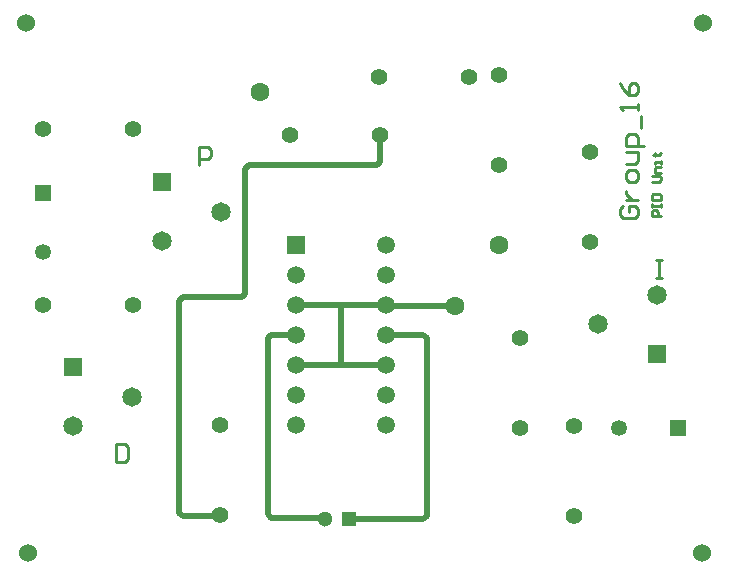
<source format=gtl>
G04*
G04 #@! TF.GenerationSoftware,Altium Limited,Altium Designer,20.2.5 (213)*
G04*
G04 Layer_Physical_Order=1*
G04 Layer_Color=255*
%FSLAX44Y44*%
%MOMM*%
G71*
G04*
G04 #@! TF.SameCoordinates,3CA80DEF-A651-457A-9D84-72F8DF8CF74D*
G04*
G04*
G04 #@! TF.FilePolarity,Positive*
G04*
G01*
G75*
%ADD14C,0.2540*%
%ADD18R,1.3000X1.3000*%
%ADD19C,1.3000*%
%ADD27C,0.5080*%
%ADD28C,1.5240*%
%ADD29R,1.6500X1.6500*%
%ADD30C,1.6500*%
%ADD31C,1.5000*%
%ADD32R,1.5000X1.5000*%
%ADD33C,1.4000*%
%ADD34C,1.6000*%
%ADD35C,1.3500*%
%ADD36R,1.3500X1.3500*%
%ADD37R,1.3500X1.3500*%
D14*
X560070Y308610D02*
X552453D01*
Y312419D01*
X553722Y313688D01*
X556261D01*
X557531Y312419D01*
Y308610D01*
X552453Y316227D02*
Y318767D01*
Y317497D01*
X560070D01*
Y316227D01*
Y318767D01*
X552453Y322575D02*
X560070D01*
Y326384D01*
X558800Y327654D01*
X553722D01*
X552453Y326384D01*
Y322575D01*
Y337811D02*
X558800D01*
X560070Y339080D01*
Y341619D01*
X558800Y342889D01*
X552453D01*
X560070Y345428D02*
X554992D01*
Y349237D01*
X556261Y350506D01*
X560070D01*
Y353046D02*
Y355585D01*
Y354315D01*
X554992D01*
Y353046D01*
X553722Y360663D02*
X554992D01*
Y359394D01*
Y361933D01*
Y360663D01*
X558800D01*
X560070Y361933D01*
X528326Y317497D02*
X525787Y314958D01*
Y309879D01*
X528326Y307340D01*
X538483D01*
X541022Y309879D01*
Y314958D01*
X538483Y317497D01*
X533404D01*
Y312418D01*
X530865Y322575D02*
X541022D01*
X535943D01*
X533404Y325114D01*
X530865Y327653D01*
Y330193D01*
X541022Y340349D02*
Y345428D01*
X538483Y347967D01*
X533404D01*
X530865Y345428D01*
Y340349D01*
X533404Y337810D01*
X538483D01*
X541022Y340349D01*
X530865Y353045D02*
X538483D01*
X541022Y355584D01*
Y363202D01*
X530865D01*
X546100Y368280D02*
X530865D01*
Y375898D01*
X533404Y378437D01*
X538483D01*
X541022Y375898D01*
Y368280D01*
X543561Y383515D02*
Y393672D01*
X541022Y398750D02*
Y403829D01*
Y401290D01*
X525787D01*
X528326Y398750D01*
X525787Y421603D02*
X528326Y416525D01*
X533404Y411446D01*
X538483D01*
X541022Y413985D01*
Y419064D01*
X538483Y421603D01*
X535943D01*
X533404Y419064D01*
Y411446D01*
X556260Y271775D02*
X561338D01*
X558799D01*
Y256540D01*
X556260D01*
X561338D01*
X99060Y115565D02*
Y100330D01*
X106678D01*
X109217Y102869D01*
Y113026D01*
X106678Y115565D01*
X99060D01*
X168910Y351790D02*
Y367025D01*
X176528D01*
X179067Y364486D01*
Y359408D01*
X176528Y356868D01*
X168910D01*
D18*
X295750Y52070D02*
D03*
D19*
X275750D02*
D03*
D27*
X289560Y233680D02*
X327660D01*
X251460D02*
X289560D01*
Y182880D02*
X327660D01*
X255270D02*
X289560D01*
Y233680D01*
X385445Y233045D02*
X386080Y232410D01*
X328295Y233045D02*
X385445D01*
X327660Y233680D02*
X328295Y233045D01*
X251460Y182880D02*
X255270D01*
Y184006D01*
X211256Y351790D02*
X319604D01*
X322580Y354766D02*
Y377190D01*
X319604Y351790D02*
X322580Y354766D01*
X208280Y243006D02*
Y348814D01*
X211256Y351790D01*
X155376Y240030D02*
X205304D01*
X208280Y243006D01*
X152400Y57586D02*
Y237054D01*
X155376Y240030D01*
Y54610D02*
X185420D01*
X152400Y57586D02*
X155376Y54610D01*
X185420D02*
X186690Y55880D01*
X227330Y56316D02*
Y205304D01*
X230306Y208280D02*
X251460D01*
X227330Y205304D02*
X230306Y208280D01*
Y53340D02*
X274480D01*
X227330Y56316D02*
X230306Y53340D01*
X274480D02*
X275750Y52070D01*
X361950Y55046D02*
Y205304D01*
X327660Y208280D02*
X358974D01*
X361950Y205304D01*
X295750Y52070D02*
X358974D01*
X361950Y55046D01*
D28*
X594504Y23763D02*
D03*
X24123Y23386D02*
D03*
X22860Y472440D02*
D03*
X595630D02*
D03*
D29*
X137560Y337420D02*
D03*
X62230Y180810D02*
D03*
X557130Y192170D02*
D03*
D30*
X187560Y312420D02*
D03*
X137560Y287420D02*
D03*
X112230Y155810D02*
D03*
X62230Y130810D02*
D03*
X507130Y217170D02*
D03*
X557130Y242170D02*
D03*
D31*
X327660Y132080D02*
D03*
Y157480D02*
D03*
Y182880D02*
D03*
Y208280D02*
D03*
Y233680D02*
D03*
Y259080D02*
D03*
Y284480D02*
D03*
X251460Y132080D02*
D03*
Y157480D02*
D03*
Y182880D02*
D03*
Y208280D02*
D03*
Y233680D02*
D03*
Y259080D02*
D03*
D32*
Y284480D02*
D03*
D33*
X113030Y382270D02*
D03*
X36830D02*
D03*
X322580Y377190D02*
D03*
X246380D02*
D03*
X422910Y351790D02*
D03*
Y427990D02*
D03*
X113030Y233680D02*
D03*
X36830D02*
D03*
X397510Y426720D02*
D03*
X321310D02*
D03*
X186690Y55880D02*
D03*
Y132080D02*
D03*
X440690Y129540D02*
D03*
Y205740D02*
D03*
X500380Y287020D02*
D03*
Y363220D02*
D03*
X486410Y54610D02*
D03*
Y130810D02*
D03*
D34*
X220980Y414020D02*
D03*
X422910Y284480D02*
D03*
X386080Y232410D02*
D03*
D35*
X36830Y278530D02*
D03*
X524910Y129540D02*
D03*
D36*
X36830Y328530D02*
D03*
D37*
X574910Y129540D02*
D03*
M02*

</source>
